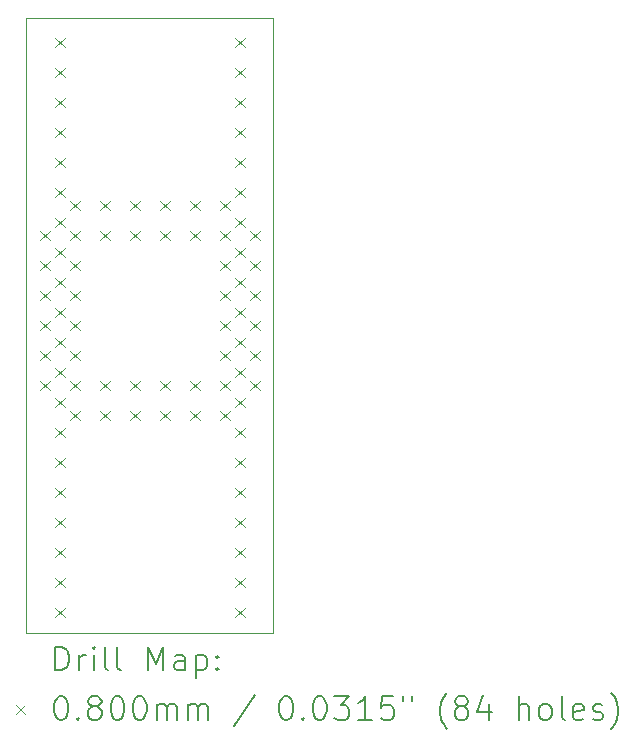
<source format=gbr>
%FSLAX45Y45*%
G04 Gerber Fmt 4.5, Leading zero omitted, Abs format (unit mm)*
G04 Created by KiCad (PCBNEW (6.0.4)) date 2022-12-30 23:39:39*
%MOMM*%
%LPD*%
G01*
G04 APERTURE LIST*
%TA.AperFunction,Profile*%
%ADD10C,0.100000*%
%TD*%
%ADD11C,0.200000*%
%ADD12C,0.080000*%
G04 APERTURE END LIST*
D10*
X11722100Y-9855200D02*
X13817600Y-9855200D01*
X11722100Y-4648200D02*
X11722100Y-8140700D01*
X13817600Y-9855200D02*
X13817600Y-4648200D01*
X13817600Y-4648200D02*
X11722100Y-4648200D01*
X11722100Y-8140700D02*
X11722100Y-9855200D01*
D11*
D12*
X11845100Y-6449700D02*
X11925100Y-6529700D01*
X11925100Y-6449700D02*
X11845100Y-6529700D01*
X11845100Y-6703700D02*
X11925100Y-6783700D01*
X11925100Y-6703700D02*
X11845100Y-6783700D01*
X11845100Y-6957700D02*
X11925100Y-7037700D01*
X11925100Y-6957700D02*
X11845100Y-7037700D01*
X11845100Y-7211700D02*
X11925100Y-7291700D01*
X11925100Y-7211700D02*
X11845100Y-7291700D01*
X11845100Y-7465700D02*
X11925100Y-7545700D01*
X11925100Y-7465700D02*
X11845100Y-7545700D01*
X11845100Y-7719700D02*
X11925100Y-7799700D01*
X11925100Y-7719700D02*
X11845100Y-7799700D01*
X11971600Y-4813150D02*
X12051600Y-4893150D01*
X12051600Y-4813150D02*
X11971600Y-4893150D01*
X11971600Y-5067150D02*
X12051600Y-5147150D01*
X12051600Y-5067150D02*
X11971600Y-5147150D01*
X11971600Y-5321150D02*
X12051600Y-5401150D01*
X12051600Y-5321150D02*
X11971600Y-5401150D01*
X11971600Y-5575150D02*
X12051600Y-5655150D01*
X12051600Y-5575150D02*
X11971600Y-5655150D01*
X11971600Y-5829150D02*
X12051600Y-5909150D01*
X12051600Y-5829150D02*
X11971600Y-5909150D01*
X11971600Y-6083150D02*
X12051600Y-6163150D01*
X12051600Y-6083150D02*
X11971600Y-6163150D01*
X11971600Y-6337150D02*
X12051600Y-6417150D01*
X12051600Y-6337150D02*
X11971600Y-6417150D01*
X11971600Y-6591150D02*
X12051600Y-6671150D01*
X12051600Y-6591150D02*
X11971600Y-6671150D01*
X11971600Y-6845150D02*
X12051600Y-6925150D01*
X12051600Y-6845150D02*
X11971600Y-6925150D01*
X11971600Y-7099150D02*
X12051600Y-7179150D01*
X12051600Y-7099150D02*
X11971600Y-7179150D01*
X11971600Y-7353150D02*
X12051600Y-7433150D01*
X12051600Y-7353150D02*
X11971600Y-7433150D01*
X11971600Y-7607150D02*
X12051600Y-7687150D01*
X12051600Y-7607150D02*
X11971600Y-7687150D01*
X11971600Y-7861150D02*
X12051600Y-7941150D01*
X12051600Y-7861150D02*
X11971600Y-7941150D01*
X11971600Y-8115150D02*
X12051600Y-8195150D01*
X12051600Y-8115150D02*
X11971600Y-8195150D01*
X11971600Y-8369150D02*
X12051600Y-8449150D01*
X12051600Y-8369150D02*
X11971600Y-8449150D01*
X11971600Y-8623150D02*
X12051600Y-8703150D01*
X12051600Y-8623150D02*
X11971600Y-8703150D01*
X11971600Y-8877150D02*
X12051600Y-8957150D01*
X12051600Y-8877150D02*
X11971600Y-8957150D01*
X11971600Y-9131150D02*
X12051600Y-9211150D01*
X12051600Y-9131150D02*
X11971600Y-9211150D01*
X11971600Y-9385150D02*
X12051600Y-9465150D01*
X12051600Y-9385150D02*
X11971600Y-9465150D01*
X11971600Y-9639150D02*
X12051600Y-9719150D01*
X12051600Y-9639150D02*
X11971600Y-9719150D01*
X12099100Y-6195700D02*
X12179100Y-6275700D01*
X12179100Y-6195700D02*
X12099100Y-6275700D01*
X12099100Y-6449700D02*
X12179100Y-6529700D01*
X12179100Y-6449700D02*
X12099100Y-6529700D01*
X12099100Y-6703700D02*
X12179100Y-6783700D01*
X12179100Y-6703700D02*
X12099100Y-6783700D01*
X12099100Y-6957700D02*
X12179100Y-7037700D01*
X12179100Y-6957700D02*
X12099100Y-7037700D01*
X12099100Y-7211700D02*
X12179100Y-7291700D01*
X12179100Y-7211700D02*
X12099100Y-7291700D01*
X12099100Y-7465700D02*
X12179100Y-7545700D01*
X12179100Y-7465700D02*
X12099100Y-7545700D01*
X12099100Y-7719700D02*
X12179100Y-7799700D01*
X12179100Y-7719700D02*
X12099100Y-7799700D01*
X12099100Y-7973700D02*
X12179100Y-8053700D01*
X12179100Y-7973700D02*
X12099100Y-8053700D01*
X12353100Y-6195700D02*
X12433100Y-6275700D01*
X12433100Y-6195700D02*
X12353100Y-6275700D01*
X12353100Y-6449700D02*
X12433100Y-6529700D01*
X12433100Y-6449700D02*
X12353100Y-6529700D01*
X12353100Y-7719700D02*
X12433100Y-7799700D01*
X12433100Y-7719700D02*
X12353100Y-7799700D01*
X12353100Y-7973700D02*
X12433100Y-8053700D01*
X12433100Y-7973700D02*
X12353100Y-8053700D01*
X12607100Y-6195700D02*
X12687100Y-6275700D01*
X12687100Y-6195700D02*
X12607100Y-6275700D01*
X12607100Y-6449700D02*
X12687100Y-6529700D01*
X12687100Y-6449700D02*
X12607100Y-6529700D01*
X12607100Y-7719700D02*
X12687100Y-7799700D01*
X12687100Y-7719700D02*
X12607100Y-7799700D01*
X12607100Y-7973700D02*
X12687100Y-8053700D01*
X12687100Y-7973700D02*
X12607100Y-8053700D01*
X12861100Y-6195700D02*
X12941100Y-6275700D01*
X12941100Y-6195700D02*
X12861100Y-6275700D01*
X12861100Y-6449700D02*
X12941100Y-6529700D01*
X12941100Y-6449700D02*
X12861100Y-6529700D01*
X12861100Y-7719700D02*
X12941100Y-7799700D01*
X12941100Y-7719700D02*
X12861100Y-7799700D01*
X12861100Y-7973700D02*
X12941100Y-8053700D01*
X12941100Y-7973700D02*
X12861100Y-8053700D01*
X13115100Y-6195700D02*
X13195100Y-6275700D01*
X13195100Y-6195700D02*
X13115100Y-6275700D01*
X13115100Y-6449700D02*
X13195100Y-6529700D01*
X13195100Y-6449700D02*
X13115100Y-6529700D01*
X13115100Y-7719700D02*
X13195100Y-7799700D01*
X13195100Y-7719700D02*
X13115100Y-7799700D01*
X13115100Y-7973700D02*
X13195100Y-8053700D01*
X13195100Y-7973700D02*
X13115100Y-8053700D01*
X13369100Y-6195700D02*
X13449100Y-6275700D01*
X13449100Y-6195700D02*
X13369100Y-6275700D01*
X13369100Y-6449700D02*
X13449100Y-6529700D01*
X13449100Y-6449700D02*
X13369100Y-6529700D01*
X13369100Y-6703700D02*
X13449100Y-6783700D01*
X13449100Y-6703700D02*
X13369100Y-6783700D01*
X13369100Y-6957700D02*
X13449100Y-7037700D01*
X13449100Y-6957700D02*
X13369100Y-7037700D01*
X13369100Y-7211700D02*
X13449100Y-7291700D01*
X13449100Y-7211700D02*
X13369100Y-7291700D01*
X13369100Y-7465700D02*
X13449100Y-7545700D01*
X13449100Y-7465700D02*
X13369100Y-7545700D01*
X13369100Y-7719700D02*
X13449100Y-7799700D01*
X13449100Y-7719700D02*
X13369100Y-7799700D01*
X13369100Y-7973700D02*
X13449100Y-8053700D01*
X13449100Y-7973700D02*
X13369100Y-8053700D01*
X13495600Y-4813150D02*
X13575600Y-4893150D01*
X13575600Y-4813150D02*
X13495600Y-4893150D01*
X13495600Y-5067150D02*
X13575600Y-5147150D01*
X13575600Y-5067150D02*
X13495600Y-5147150D01*
X13495600Y-5321150D02*
X13575600Y-5401150D01*
X13575600Y-5321150D02*
X13495600Y-5401150D01*
X13495600Y-5575150D02*
X13575600Y-5655150D01*
X13575600Y-5575150D02*
X13495600Y-5655150D01*
X13495600Y-5829150D02*
X13575600Y-5909150D01*
X13575600Y-5829150D02*
X13495600Y-5909150D01*
X13495600Y-6083150D02*
X13575600Y-6163150D01*
X13575600Y-6083150D02*
X13495600Y-6163150D01*
X13495600Y-6337150D02*
X13575600Y-6417150D01*
X13575600Y-6337150D02*
X13495600Y-6417150D01*
X13495600Y-6591150D02*
X13575600Y-6671150D01*
X13575600Y-6591150D02*
X13495600Y-6671150D01*
X13495600Y-6845150D02*
X13575600Y-6925150D01*
X13575600Y-6845150D02*
X13495600Y-6925150D01*
X13495600Y-7099150D02*
X13575600Y-7179150D01*
X13575600Y-7099150D02*
X13495600Y-7179150D01*
X13495600Y-7353150D02*
X13575600Y-7433150D01*
X13575600Y-7353150D02*
X13495600Y-7433150D01*
X13495600Y-7607150D02*
X13575600Y-7687150D01*
X13575600Y-7607150D02*
X13495600Y-7687150D01*
X13495600Y-7861150D02*
X13575600Y-7941150D01*
X13575600Y-7861150D02*
X13495600Y-7941150D01*
X13495600Y-8115150D02*
X13575600Y-8195150D01*
X13575600Y-8115150D02*
X13495600Y-8195150D01*
X13495600Y-8369150D02*
X13575600Y-8449150D01*
X13575600Y-8369150D02*
X13495600Y-8449150D01*
X13495600Y-8623150D02*
X13575600Y-8703150D01*
X13575600Y-8623150D02*
X13495600Y-8703150D01*
X13495600Y-8877150D02*
X13575600Y-8957150D01*
X13575600Y-8877150D02*
X13495600Y-8957150D01*
X13495600Y-9131150D02*
X13575600Y-9211150D01*
X13575600Y-9131150D02*
X13495600Y-9211150D01*
X13495600Y-9385150D02*
X13575600Y-9465150D01*
X13575600Y-9385150D02*
X13495600Y-9465150D01*
X13495600Y-9639150D02*
X13575600Y-9719150D01*
X13575600Y-9639150D02*
X13495600Y-9719150D01*
X13623100Y-6449700D02*
X13703100Y-6529700D01*
X13703100Y-6449700D02*
X13623100Y-6529700D01*
X13623100Y-6703700D02*
X13703100Y-6783700D01*
X13703100Y-6703700D02*
X13623100Y-6783700D01*
X13623100Y-6957700D02*
X13703100Y-7037700D01*
X13703100Y-6957700D02*
X13623100Y-7037700D01*
X13623100Y-7211700D02*
X13703100Y-7291700D01*
X13703100Y-7211700D02*
X13623100Y-7291700D01*
X13623100Y-7465700D02*
X13703100Y-7545700D01*
X13703100Y-7465700D02*
X13623100Y-7545700D01*
X13623100Y-7719700D02*
X13703100Y-7799700D01*
X13703100Y-7719700D02*
X13623100Y-7799700D01*
D11*
X11974719Y-10170676D02*
X11974719Y-9970676D01*
X12022338Y-9970676D01*
X12050909Y-9980200D01*
X12069957Y-9999248D01*
X12079481Y-10018295D01*
X12089005Y-10056390D01*
X12089005Y-10084962D01*
X12079481Y-10123057D01*
X12069957Y-10142105D01*
X12050909Y-10161152D01*
X12022338Y-10170676D01*
X11974719Y-10170676D01*
X12174719Y-10170676D02*
X12174719Y-10037343D01*
X12174719Y-10075438D02*
X12184243Y-10056390D01*
X12193767Y-10046867D01*
X12212814Y-10037343D01*
X12231862Y-10037343D01*
X12298528Y-10170676D02*
X12298528Y-10037343D01*
X12298528Y-9970676D02*
X12289005Y-9980200D01*
X12298528Y-9989724D01*
X12308052Y-9980200D01*
X12298528Y-9970676D01*
X12298528Y-9989724D01*
X12422338Y-10170676D02*
X12403290Y-10161152D01*
X12393767Y-10142105D01*
X12393767Y-9970676D01*
X12527100Y-10170676D02*
X12508052Y-10161152D01*
X12498528Y-10142105D01*
X12498528Y-9970676D01*
X12755671Y-10170676D02*
X12755671Y-9970676D01*
X12822338Y-10113533D01*
X12889005Y-9970676D01*
X12889005Y-10170676D01*
X13069957Y-10170676D02*
X13069957Y-10065914D01*
X13060433Y-10046867D01*
X13041386Y-10037343D01*
X13003290Y-10037343D01*
X12984243Y-10046867D01*
X13069957Y-10161152D02*
X13050909Y-10170676D01*
X13003290Y-10170676D01*
X12984243Y-10161152D01*
X12974719Y-10142105D01*
X12974719Y-10123057D01*
X12984243Y-10104010D01*
X13003290Y-10094486D01*
X13050909Y-10094486D01*
X13069957Y-10084962D01*
X13165195Y-10037343D02*
X13165195Y-10237343D01*
X13165195Y-10046867D02*
X13184243Y-10037343D01*
X13222338Y-10037343D01*
X13241386Y-10046867D01*
X13250909Y-10056390D01*
X13260433Y-10075438D01*
X13260433Y-10132581D01*
X13250909Y-10151629D01*
X13241386Y-10161152D01*
X13222338Y-10170676D01*
X13184243Y-10170676D01*
X13165195Y-10161152D01*
X13346148Y-10151629D02*
X13355671Y-10161152D01*
X13346148Y-10170676D01*
X13336624Y-10161152D01*
X13346148Y-10151629D01*
X13346148Y-10170676D01*
X13346148Y-10046867D02*
X13355671Y-10056390D01*
X13346148Y-10065914D01*
X13336624Y-10056390D01*
X13346148Y-10046867D01*
X13346148Y-10065914D01*
D12*
X11637100Y-10460200D02*
X11717100Y-10540200D01*
X11717100Y-10460200D02*
X11637100Y-10540200D01*
D11*
X12012814Y-10390676D02*
X12031862Y-10390676D01*
X12050909Y-10400200D01*
X12060433Y-10409724D01*
X12069957Y-10428771D01*
X12079481Y-10466867D01*
X12079481Y-10514486D01*
X12069957Y-10552581D01*
X12060433Y-10571629D01*
X12050909Y-10581152D01*
X12031862Y-10590676D01*
X12012814Y-10590676D01*
X11993767Y-10581152D01*
X11984243Y-10571629D01*
X11974719Y-10552581D01*
X11965195Y-10514486D01*
X11965195Y-10466867D01*
X11974719Y-10428771D01*
X11984243Y-10409724D01*
X11993767Y-10400200D01*
X12012814Y-10390676D01*
X12165195Y-10571629D02*
X12174719Y-10581152D01*
X12165195Y-10590676D01*
X12155671Y-10581152D01*
X12165195Y-10571629D01*
X12165195Y-10590676D01*
X12289005Y-10476390D02*
X12269957Y-10466867D01*
X12260433Y-10457343D01*
X12250909Y-10438295D01*
X12250909Y-10428771D01*
X12260433Y-10409724D01*
X12269957Y-10400200D01*
X12289005Y-10390676D01*
X12327100Y-10390676D01*
X12346148Y-10400200D01*
X12355671Y-10409724D01*
X12365195Y-10428771D01*
X12365195Y-10438295D01*
X12355671Y-10457343D01*
X12346148Y-10466867D01*
X12327100Y-10476390D01*
X12289005Y-10476390D01*
X12269957Y-10485914D01*
X12260433Y-10495438D01*
X12250909Y-10514486D01*
X12250909Y-10552581D01*
X12260433Y-10571629D01*
X12269957Y-10581152D01*
X12289005Y-10590676D01*
X12327100Y-10590676D01*
X12346148Y-10581152D01*
X12355671Y-10571629D01*
X12365195Y-10552581D01*
X12365195Y-10514486D01*
X12355671Y-10495438D01*
X12346148Y-10485914D01*
X12327100Y-10476390D01*
X12489005Y-10390676D02*
X12508052Y-10390676D01*
X12527100Y-10400200D01*
X12536624Y-10409724D01*
X12546148Y-10428771D01*
X12555671Y-10466867D01*
X12555671Y-10514486D01*
X12546148Y-10552581D01*
X12536624Y-10571629D01*
X12527100Y-10581152D01*
X12508052Y-10590676D01*
X12489005Y-10590676D01*
X12469957Y-10581152D01*
X12460433Y-10571629D01*
X12450909Y-10552581D01*
X12441386Y-10514486D01*
X12441386Y-10466867D01*
X12450909Y-10428771D01*
X12460433Y-10409724D01*
X12469957Y-10400200D01*
X12489005Y-10390676D01*
X12679481Y-10390676D02*
X12698528Y-10390676D01*
X12717576Y-10400200D01*
X12727100Y-10409724D01*
X12736624Y-10428771D01*
X12746148Y-10466867D01*
X12746148Y-10514486D01*
X12736624Y-10552581D01*
X12727100Y-10571629D01*
X12717576Y-10581152D01*
X12698528Y-10590676D01*
X12679481Y-10590676D01*
X12660433Y-10581152D01*
X12650909Y-10571629D01*
X12641386Y-10552581D01*
X12631862Y-10514486D01*
X12631862Y-10466867D01*
X12641386Y-10428771D01*
X12650909Y-10409724D01*
X12660433Y-10400200D01*
X12679481Y-10390676D01*
X12831862Y-10590676D02*
X12831862Y-10457343D01*
X12831862Y-10476390D02*
X12841386Y-10466867D01*
X12860433Y-10457343D01*
X12889005Y-10457343D01*
X12908052Y-10466867D01*
X12917576Y-10485914D01*
X12917576Y-10590676D01*
X12917576Y-10485914D02*
X12927100Y-10466867D01*
X12946148Y-10457343D01*
X12974719Y-10457343D01*
X12993767Y-10466867D01*
X13003290Y-10485914D01*
X13003290Y-10590676D01*
X13098528Y-10590676D02*
X13098528Y-10457343D01*
X13098528Y-10476390D02*
X13108052Y-10466867D01*
X13127100Y-10457343D01*
X13155671Y-10457343D01*
X13174719Y-10466867D01*
X13184243Y-10485914D01*
X13184243Y-10590676D01*
X13184243Y-10485914D02*
X13193767Y-10466867D01*
X13212814Y-10457343D01*
X13241386Y-10457343D01*
X13260433Y-10466867D01*
X13269957Y-10485914D01*
X13269957Y-10590676D01*
X13660433Y-10381152D02*
X13489005Y-10638295D01*
X13917576Y-10390676D02*
X13936624Y-10390676D01*
X13955671Y-10400200D01*
X13965195Y-10409724D01*
X13974719Y-10428771D01*
X13984243Y-10466867D01*
X13984243Y-10514486D01*
X13974719Y-10552581D01*
X13965195Y-10571629D01*
X13955671Y-10581152D01*
X13936624Y-10590676D01*
X13917576Y-10590676D01*
X13898528Y-10581152D01*
X13889005Y-10571629D01*
X13879481Y-10552581D01*
X13869957Y-10514486D01*
X13869957Y-10466867D01*
X13879481Y-10428771D01*
X13889005Y-10409724D01*
X13898528Y-10400200D01*
X13917576Y-10390676D01*
X14069957Y-10571629D02*
X14079481Y-10581152D01*
X14069957Y-10590676D01*
X14060433Y-10581152D01*
X14069957Y-10571629D01*
X14069957Y-10590676D01*
X14203290Y-10390676D02*
X14222338Y-10390676D01*
X14241386Y-10400200D01*
X14250909Y-10409724D01*
X14260433Y-10428771D01*
X14269957Y-10466867D01*
X14269957Y-10514486D01*
X14260433Y-10552581D01*
X14250909Y-10571629D01*
X14241386Y-10581152D01*
X14222338Y-10590676D01*
X14203290Y-10590676D01*
X14184243Y-10581152D01*
X14174719Y-10571629D01*
X14165195Y-10552581D01*
X14155671Y-10514486D01*
X14155671Y-10466867D01*
X14165195Y-10428771D01*
X14174719Y-10409724D01*
X14184243Y-10400200D01*
X14203290Y-10390676D01*
X14336624Y-10390676D02*
X14460433Y-10390676D01*
X14393767Y-10466867D01*
X14422338Y-10466867D01*
X14441386Y-10476390D01*
X14450909Y-10485914D01*
X14460433Y-10504962D01*
X14460433Y-10552581D01*
X14450909Y-10571629D01*
X14441386Y-10581152D01*
X14422338Y-10590676D01*
X14365195Y-10590676D01*
X14346148Y-10581152D01*
X14336624Y-10571629D01*
X14650909Y-10590676D02*
X14536624Y-10590676D01*
X14593767Y-10590676D02*
X14593767Y-10390676D01*
X14574719Y-10419248D01*
X14555671Y-10438295D01*
X14536624Y-10447819D01*
X14831862Y-10390676D02*
X14736624Y-10390676D01*
X14727100Y-10485914D01*
X14736624Y-10476390D01*
X14755671Y-10466867D01*
X14803290Y-10466867D01*
X14822338Y-10476390D01*
X14831862Y-10485914D01*
X14841386Y-10504962D01*
X14841386Y-10552581D01*
X14831862Y-10571629D01*
X14822338Y-10581152D01*
X14803290Y-10590676D01*
X14755671Y-10590676D01*
X14736624Y-10581152D01*
X14727100Y-10571629D01*
X14917576Y-10390676D02*
X14917576Y-10428771D01*
X14993767Y-10390676D02*
X14993767Y-10428771D01*
X15289005Y-10666867D02*
X15279481Y-10657343D01*
X15260433Y-10628771D01*
X15250909Y-10609724D01*
X15241386Y-10581152D01*
X15231862Y-10533533D01*
X15231862Y-10495438D01*
X15241386Y-10447819D01*
X15250909Y-10419248D01*
X15260433Y-10400200D01*
X15279481Y-10371629D01*
X15289005Y-10362105D01*
X15393767Y-10476390D02*
X15374719Y-10466867D01*
X15365195Y-10457343D01*
X15355671Y-10438295D01*
X15355671Y-10428771D01*
X15365195Y-10409724D01*
X15374719Y-10400200D01*
X15393767Y-10390676D01*
X15431862Y-10390676D01*
X15450909Y-10400200D01*
X15460433Y-10409724D01*
X15469957Y-10428771D01*
X15469957Y-10438295D01*
X15460433Y-10457343D01*
X15450909Y-10466867D01*
X15431862Y-10476390D01*
X15393767Y-10476390D01*
X15374719Y-10485914D01*
X15365195Y-10495438D01*
X15355671Y-10514486D01*
X15355671Y-10552581D01*
X15365195Y-10571629D01*
X15374719Y-10581152D01*
X15393767Y-10590676D01*
X15431862Y-10590676D01*
X15450909Y-10581152D01*
X15460433Y-10571629D01*
X15469957Y-10552581D01*
X15469957Y-10514486D01*
X15460433Y-10495438D01*
X15450909Y-10485914D01*
X15431862Y-10476390D01*
X15641386Y-10457343D02*
X15641386Y-10590676D01*
X15593767Y-10381152D02*
X15546148Y-10524010D01*
X15669957Y-10524010D01*
X15898528Y-10590676D02*
X15898528Y-10390676D01*
X15984243Y-10590676D02*
X15984243Y-10485914D01*
X15974719Y-10466867D01*
X15955671Y-10457343D01*
X15927100Y-10457343D01*
X15908052Y-10466867D01*
X15898528Y-10476390D01*
X16108052Y-10590676D02*
X16089005Y-10581152D01*
X16079481Y-10571629D01*
X16069957Y-10552581D01*
X16069957Y-10495438D01*
X16079481Y-10476390D01*
X16089005Y-10466867D01*
X16108052Y-10457343D01*
X16136624Y-10457343D01*
X16155671Y-10466867D01*
X16165195Y-10476390D01*
X16174719Y-10495438D01*
X16174719Y-10552581D01*
X16165195Y-10571629D01*
X16155671Y-10581152D01*
X16136624Y-10590676D01*
X16108052Y-10590676D01*
X16289005Y-10590676D02*
X16269957Y-10581152D01*
X16260433Y-10562105D01*
X16260433Y-10390676D01*
X16441386Y-10581152D02*
X16422338Y-10590676D01*
X16384243Y-10590676D01*
X16365195Y-10581152D01*
X16355671Y-10562105D01*
X16355671Y-10485914D01*
X16365195Y-10466867D01*
X16384243Y-10457343D01*
X16422338Y-10457343D01*
X16441386Y-10466867D01*
X16450909Y-10485914D01*
X16450909Y-10504962D01*
X16355671Y-10524010D01*
X16527100Y-10581152D02*
X16546148Y-10590676D01*
X16584243Y-10590676D01*
X16603290Y-10581152D01*
X16612814Y-10562105D01*
X16612814Y-10552581D01*
X16603290Y-10533533D01*
X16584243Y-10524010D01*
X16555671Y-10524010D01*
X16536624Y-10514486D01*
X16527100Y-10495438D01*
X16527100Y-10485914D01*
X16536624Y-10466867D01*
X16555671Y-10457343D01*
X16584243Y-10457343D01*
X16603290Y-10466867D01*
X16679481Y-10666867D02*
X16689005Y-10657343D01*
X16708052Y-10628771D01*
X16717576Y-10609724D01*
X16727100Y-10581152D01*
X16736624Y-10533533D01*
X16736624Y-10495438D01*
X16727100Y-10447819D01*
X16717576Y-10419248D01*
X16708052Y-10400200D01*
X16689005Y-10371629D01*
X16679481Y-10362105D01*
M02*

</source>
